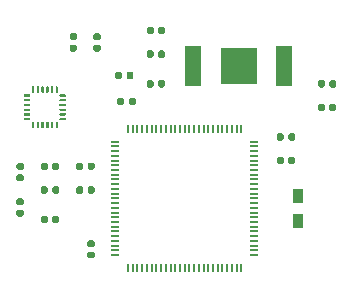
<source format=gtp>
%TF.GenerationSoftware,KiCad,Pcbnew,(5.1.6)-1*%
%TF.CreationDate,2021-01-23T06:31:54-08:00*%
%TF.ProjectId,scum3c-devboard,7363756d-3363-42d6-9465-76626f617264,rev?*%
%TF.SameCoordinates,Original*%
%TF.FileFunction,Paste,Top*%
%TF.FilePolarity,Positive*%
%FSLAX46Y46*%
G04 Gerber Fmt 4.6, Leading zero omitted, Abs format (unit mm)*
G04 Created by KiCad (PCBNEW (5.1.6)-1) date 2021-01-23 06:31:54*
%MOMM*%
%LPD*%
G01*
G04 APERTURE LIST*
%ADD10O,0.200000X0.800000*%
%ADD11O,0.800000X0.200000*%
%ADD12R,0.900000X1.200000*%
%ADD13R,1.350000X3.500000*%
%ADD14R,3.170000X3.170000*%
G04 APERTURE END LIST*
%TO.C,C25*%
G36*
G01*
X90235000Y-92672500D02*
X90235000Y-92327500D01*
G75*
G02*
X90382500Y-92180000I147500J0D01*
G01*
X90677500Y-92180000D01*
G75*
G02*
X90825000Y-92327500I0J-147500D01*
G01*
X90825000Y-92672500D01*
G75*
G02*
X90677500Y-92820000I-147500J0D01*
G01*
X90382500Y-92820000D01*
G75*
G02*
X90235000Y-92672500I0J147500D01*
G01*
G37*
G36*
G01*
X91205000Y-92672500D02*
X91205000Y-92327500D01*
G75*
G02*
X91352500Y-92180000I147500J0D01*
G01*
X91647500Y-92180000D01*
G75*
G02*
X91795000Y-92327500I0J-147500D01*
G01*
X91795000Y-92672500D01*
G75*
G02*
X91647500Y-92820000I-147500J0D01*
G01*
X91352500Y-92820000D01*
G75*
G02*
X91205000Y-92672500I0J147500D01*
G01*
G37*
%TD*%
%TO.C,C26*%
G36*
G01*
X91795000Y-90327500D02*
X91795000Y-90672500D01*
G75*
G02*
X91647500Y-90820000I-147500J0D01*
G01*
X91352500Y-90820000D01*
G75*
G02*
X91205000Y-90672500I0J147500D01*
G01*
X91205000Y-90327500D01*
G75*
G02*
X91352500Y-90180000I147500J0D01*
G01*
X91647500Y-90180000D01*
G75*
G02*
X91795000Y-90327500I0J-147500D01*
G01*
G37*
G36*
G01*
X90825000Y-90327500D02*
X90825000Y-90672500D01*
G75*
G02*
X90677500Y-90820000I-147500J0D01*
G01*
X90382500Y-90820000D01*
G75*
G02*
X90235000Y-90672500I0J147500D01*
G01*
X90235000Y-90327500D01*
G75*
G02*
X90382500Y-90180000I147500J0D01*
G01*
X90677500Y-90180000D01*
G75*
G02*
X90825000Y-90327500I0J-147500D01*
G01*
G37*
%TD*%
%TO.C,U9AB1*%
G36*
G01*
X89650000Y-84275000D02*
X89550000Y-84275000D01*
G75*
G02*
X89500000Y-84225000I0J50000D01*
G01*
X89500000Y-83775000D01*
G75*
G02*
X89550000Y-83725000I50000J0D01*
G01*
X89650000Y-83725000D01*
G75*
G02*
X89700000Y-83775000I0J-50000D01*
G01*
X89700000Y-84225000D01*
G75*
G02*
X89650000Y-84275000I-50000J0D01*
G01*
G37*
G36*
G01*
X90050000Y-84275000D02*
X89950000Y-84275000D01*
G75*
G02*
X89900000Y-84225000I0J50000D01*
G01*
X89900000Y-83775000D01*
G75*
G02*
X89950000Y-83725000I50000J0D01*
G01*
X90050000Y-83725000D01*
G75*
G02*
X90100000Y-83775000I0J-50000D01*
G01*
X90100000Y-84225000D01*
G75*
G02*
X90050000Y-84275000I-50000J0D01*
G01*
G37*
G36*
G01*
X90450000Y-84275000D02*
X90350000Y-84275000D01*
G75*
G02*
X90300000Y-84225000I0J50000D01*
G01*
X90300000Y-83775000D01*
G75*
G02*
X90350000Y-83725000I50000J0D01*
G01*
X90450000Y-83725000D01*
G75*
G02*
X90500000Y-83775000I0J-50000D01*
G01*
X90500000Y-84225000D01*
G75*
G02*
X90450000Y-84275000I-50000J0D01*
G01*
G37*
G36*
G01*
X90850000Y-84275000D02*
X90750000Y-84275000D01*
G75*
G02*
X90700000Y-84225000I0J50000D01*
G01*
X90700000Y-83775000D01*
G75*
G02*
X90750000Y-83725000I50000J0D01*
G01*
X90850000Y-83725000D01*
G75*
G02*
X90900000Y-83775000I0J-50000D01*
G01*
X90900000Y-84225000D01*
G75*
G02*
X90850000Y-84275000I-50000J0D01*
G01*
G37*
G36*
G01*
X91250000Y-84275000D02*
X91150000Y-84275000D01*
G75*
G02*
X91100000Y-84225000I0J50000D01*
G01*
X91100000Y-83775000D01*
G75*
G02*
X91150000Y-83725000I50000J0D01*
G01*
X91250000Y-83725000D01*
G75*
G02*
X91300000Y-83775000I0J-50000D01*
G01*
X91300000Y-84225000D01*
G75*
G02*
X91250000Y-84275000I-50000J0D01*
G01*
G37*
G36*
G01*
X91650000Y-84275000D02*
X91550000Y-84275000D01*
G75*
G02*
X91500000Y-84225000I0J50000D01*
G01*
X91500000Y-83775000D01*
G75*
G02*
X91550000Y-83725000I50000J0D01*
G01*
X91650000Y-83725000D01*
G75*
G02*
X91700000Y-83775000I0J-50000D01*
G01*
X91700000Y-84225000D01*
G75*
G02*
X91650000Y-84275000I-50000J0D01*
G01*
G37*
G36*
G01*
X91825000Y-84550000D02*
X91825000Y-84450000D01*
G75*
G02*
X91875000Y-84400000I50000J0D01*
G01*
X92325000Y-84400000D01*
G75*
G02*
X92375000Y-84450000I0J-50000D01*
G01*
X92375000Y-84550000D01*
G75*
G02*
X92325000Y-84600000I-50000J0D01*
G01*
X91875000Y-84600000D01*
G75*
G02*
X91825000Y-84550000I0J50000D01*
G01*
G37*
G36*
G01*
X91825000Y-84950000D02*
X91825000Y-84850000D01*
G75*
G02*
X91875000Y-84800000I50000J0D01*
G01*
X92325000Y-84800000D01*
G75*
G02*
X92375000Y-84850000I0J-50000D01*
G01*
X92375000Y-84950000D01*
G75*
G02*
X92325000Y-85000000I-50000J0D01*
G01*
X91875000Y-85000000D01*
G75*
G02*
X91825000Y-84950000I0J50000D01*
G01*
G37*
G36*
G01*
X91825000Y-85350000D02*
X91825000Y-85250000D01*
G75*
G02*
X91875000Y-85200000I50000J0D01*
G01*
X92325000Y-85200000D01*
G75*
G02*
X92375000Y-85250000I0J-50000D01*
G01*
X92375000Y-85350000D01*
G75*
G02*
X92325000Y-85400000I-50000J0D01*
G01*
X91875000Y-85400000D01*
G75*
G02*
X91825000Y-85350000I0J50000D01*
G01*
G37*
G36*
G01*
X91825000Y-85750000D02*
X91825000Y-85650000D01*
G75*
G02*
X91875000Y-85600000I50000J0D01*
G01*
X92325000Y-85600000D01*
G75*
G02*
X92375000Y-85650000I0J-50000D01*
G01*
X92375000Y-85750000D01*
G75*
G02*
X92325000Y-85800000I-50000J0D01*
G01*
X91875000Y-85800000D01*
G75*
G02*
X91825000Y-85750000I0J50000D01*
G01*
G37*
G36*
G01*
X91825000Y-86150000D02*
X91825000Y-86050000D01*
G75*
G02*
X91875000Y-86000000I50000J0D01*
G01*
X92325000Y-86000000D01*
G75*
G02*
X92375000Y-86050000I0J-50000D01*
G01*
X92375000Y-86150000D01*
G75*
G02*
X92325000Y-86200000I-50000J0D01*
G01*
X91875000Y-86200000D01*
G75*
G02*
X91825000Y-86150000I0J50000D01*
G01*
G37*
G36*
G01*
X91825000Y-86550000D02*
X91825000Y-86450000D01*
G75*
G02*
X91875000Y-86400000I50000J0D01*
G01*
X92325000Y-86400000D01*
G75*
G02*
X92375000Y-86450000I0J-50000D01*
G01*
X92375000Y-86550000D01*
G75*
G02*
X92325000Y-86600000I-50000J0D01*
G01*
X91875000Y-86600000D01*
G75*
G02*
X91825000Y-86550000I0J50000D01*
G01*
G37*
G36*
G01*
X91650000Y-87275000D02*
X91550000Y-87275000D01*
G75*
G02*
X91500000Y-87225000I0J50000D01*
G01*
X91500000Y-86775000D01*
G75*
G02*
X91550000Y-86725000I50000J0D01*
G01*
X91650000Y-86725000D01*
G75*
G02*
X91700000Y-86775000I0J-50000D01*
G01*
X91700000Y-87225000D01*
G75*
G02*
X91650000Y-87275000I-50000J0D01*
G01*
G37*
G36*
G01*
X91250000Y-87275000D02*
X91150000Y-87275000D01*
G75*
G02*
X91100000Y-87225000I0J50000D01*
G01*
X91100000Y-86775000D01*
G75*
G02*
X91150000Y-86725000I50000J0D01*
G01*
X91250000Y-86725000D01*
G75*
G02*
X91300000Y-86775000I0J-50000D01*
G01*
X91300000Y-87225000D01*
G75*
G02*
X91250000Y-87275000I-50000J0D01*
G01*
G37*
G36*
G01*
X90850000Y-87275000D02*
X90750000Y-87275000D01*
G75*
G02*
X90700000Y-87225000I0J50000D01*
G01*
X90700000Y-86775000D01*
G75*
G02*
X90750000Y-86725000I50000J0D01*
G01*
X90850000Y-86725000D01*
G75*
G02*
X90900000Y-86775000I0J-50000D01*
G01*
X90900000Y-87225000D01*
G75*
G02*
X90850000Y-87275000I-50000J0D01*
G01*
G37*
G36*
G01*
X90450000Y-87275000D02*
X90350000Y-87275000D01*
G75*
G02*
X90300000Y-87225000I0J50000D01*
G01*
X90300000Y-86775000D01*
G75*
G02*
X90350000Y-86725000I50000J0D01*
G01*
X90450000Y-86725000D01*
G75*
G02*
X90500000Y-86775000I0J-50000D01*
G01*
X90500000Y-87225000D01*
G75*
G02*
X90450000Y-87275000I-50000J0D01*
G01*
G37*
G36*
G01*
X90050000Y-87275000D02*
X89950000Y-87275000D01*
G75*
G02*
X89900000Y-87225000I0J50000D01*
G01*
X89900000Y-86775000D01*
G75*
G02*
X89950000Y-86725000I50000J0D01*
G01*
X90050000Y-86725000D01*
G75*
G02*
X90100000Y-86775000I0J-50000D01*
G01*
X90100000Y-87225000D01*
G75*
G02*
X90050000Y-87275000I-50000J0D01*
G01*
G37*
G36*
G01*
X89650000Y-87275000D02*
X89550000Y-87275000D01*
G75*
G02*
X89500000Y-87225000I0J50000D01*
G01*
X89500000Y-86775000D01*
G75*
G02*
X89550000Y-86725000I50000J0D01*
G01*
X89650000Y-86725000D01*
G75*
G02*
X89700000Y-86775000I0J-50000D01*
G01*
X89700000Y-87225000D01*
G75*
G02*
X89650000Y-87275000I-50000J0D01*
G01*
G37*
G36*
G01*
X88825000Y-86550000D02*
X88825000Y-86450000D01*
G75*
G02*
X88875000Y-86400000I50000J0D01*
G01*
X89325000Y-86400000D01*
G75*
G02*
X89375000Y-86450000I0J-50000D01*
G01*
X89375000Y-86550000D01*
G75*
G02*
X89325000Y-86600000I-50000J0D01*
G01*
X88875000Y-86600000D01*
G75*
G02*
X88825000Y-86550000I0J50000D01*
G01*
G37*
G36*
G01*
X88825000Y-86150000D02*
X88825000Y-86050000D01*
G75*
G02*
X88875000Y-86000000I50000J0D01*
G01*
X89325000Y-86000000D01*
G75*
G02*
X89375000Y-86050000I0J-50000D01*
G01*
X89375000Y-86150000D01*
G75*
G02*
X89325000Y-86200000I-50000J0D01*
G01*
X88875000Y-86200000D01*
G75*
G02*
X88825000Y-86150000I0J50000D01*
G01*
G37*
G36*
G01*
X88825000Y-85750000D02*
X88825000Y-85650000D01*
G75*
G02*
X88875000Y-85600000I50000J0D01*
G01*
X89325000Y-85600000D01*
G75*
G02*
X89375000Y-85650000I0J-50000D01*
G01*
X89375000Y-85750000D01*
G75*
G02*
X89325000Y-85800000I-50000J0D01*
G01*
X88875000Y-85800000D01*
G75*
G02*
X88825000Y-85750000I0J50000D01*
G01*
G37*
G36*
G01*
X88825000Y-85350000D02*
X88825000Y-85250000D01*
G75*
G02*
X88875000Y-85200000I50000J0D01*
G01*
X89325000Y-85200000D01*
G75*
G02*
X89375000Y-85250000I0J-50000D01*
G01*
X89375000Y-85350000D01*
G75*
G02*
X89325000Y-85400000I-50000J0D01*
G01*
X88875000Y-85400000D01*
G75*
G02*
X88825000Y-85350000I0J50000D01*
G01*
G37*
G36*
G01*
X88825000Y-84950000D02*
X88825000Y-84850000D01*
G75*
G02*
X88875000Y-84800000I50000J0D01*
G01*
X89325000Y-84800000D01*
G75*
G02*
X89375000Y-84850000I0J-50000D01*
G01*
X89375000Y-84950000D01*
G75*
G02*
X89325000Y-85000000I-50000J0D01*
G01*
X88875000Y-85000000D01*
G75*
G02*
X88825000Y-84950000I0J50000D01*
G01*
G37*
G36*
G01*
X88825000Y-84550000D02*
X88825000Y-84450000D01*
G75*
G02*
X88875000Y-84400000I50000J0D01*
G01*
X89325000Y-84400000D01*
G75*
G02*
X89375000Y-84450000I0J-50000D01*
G01*
X89375000Y-84550000D01*
G75*
G02*
X89325000Y-84600000I-50000J0D01*
G01*
X88875000Y-84600000D01*
G75*
G02*
X88825000Y-84550000I0J50000D01*
G01*
G37*
%TD*%
%TO.C,C27*%
G36*
G01*
X90235000Y-95172500D02*
X90235000Y-94827500D01*
G75*
G02*
X90382500Y-94680000I147500J0D01*
G01*
X90677500Y-94680000D01*
G75*
G02*
X90825000Y-94827500I0J-147500D01*
G01*
X90825000Y-95172500D01*
G75*
G02*
X90677500Y-95320000I-147500J0D01*
G01*
X90382500Y-95320000D01*
G75*
G02*
X90235000Y-95172500I0J147500D01*
G01*
G37*
G36*
G01*
X91205000Y-95172500D02*
X91205000Y-94827500D01*
G75*
G02*
X91352500Y-94680000I147500J0D01*
G01*
X91647500Y-94680000D01*
G75*
G02*
X91795000Y-94827500I0J-147500D01*
G01*
X91795000Y-95172500D01*
G75*
G02*
X91647500Y-95320000I-147500J0D01*
G01*
X91352500Y-95320000D01*
G75*
G02*
X91205000Y-95172500I0J147500D01*
G01*
G37*
%TD*%
%TO.C,R2*%
G36*
G01*
X94827500Y-80190000D02*
X95172500Y-80190000D01*
G75*
G02*
X95320000Y-80337500I0J-147500D01*
G01*
X95320000Y-80632500D01*
G75*
G02*
X95172500Y-80780000I-147500J0D01*
G01*
X94827500Y-80780000D01*
G75*
G02*
X94680000Y-80632500I0J147500D01*
G01*
X94680000Y-80337500D01*
G75*
G02*
X94827500Y-80190000I147500J0D01*
G01*
G37*
G36*
G01*
X94827500Y-79220000D02*
X95172500Y-79220000D01*
G75*
G02*
X95320000Y-79367500I0J-147500D01*
G01*
X95320000Y-79662500D01*
G75*
G02*
X95172500Y-79810000I-147500J0D01*
G01*
X94827500Y-79810000D01*
G75*
G02*
X94680000Y-79662500I0J147500D01*
G01*
X94680000Y-79367500D01*
G75*
G02*
X94827500Y-79220000I147500J0D01*
G01*
G37*
%TD*%
%TO.C,R1*%
G36*
G01*
X93172500Y-79810000D02*
X92827500Y-79810000D01*
G75*
G02*
X92680000Y-79662500I0J147500D01*
G01*
X92680000Y-79367500D01*
G75*
G02*
X92827500Y-79220000I147500J0D01*
G01*
X93172500Y-79220000D01*
G75*
G02*
X93320000Y-79367500I0J-147500D01*
G01*
X93320000Y-79662500D01*
G75*
G02*
X93172500Y-79810000I-147500J0D01*
G01*
G37*
G36*
G01*
X93172500Y-80780000D02*
X92827500Y-80780000D01*
G75*
G02*
X92680000Y-80632500I0J147500D01*
G01*
X92680000Y-80337500D01*
G75*
G02*
X92827500Y-80190000I147500J0D01*
G01*
X93172500Y-80190000D01*
G75*
G02*
X93320000Y-80337500I0J-147500D01*
G01*
X93320000Y-80632500D01*
G75*
G02*
X93172500Y-80780000I-147500J0D01*
G01*
G37*
%TD*%
%TO.C,R13*%
G36*
G01*
X111190000Y-88172500D02*
X111190000Y-87827500D01*
G75*
G02*
X111337500Y-87680000I147500J0D01*
G01*
X111632500Y-87680000D01*
G75*
G02*
X111780000Y-87827500I0J-147500D01*
G01*
X111780000Y-88172500D01*
G75*
G02*
X111632500Y-88320000I-147500J0D01*
G01*
X111337500Y-88320000D01*
G75*
G02*
X111190000Y-88172500I0J147500D01*
G01*
G37*
G36*
G01*
X110220000Y-88172500D02*
X110220000Y-87827500D01*
G75*
G02*
X110367500Y-87680000I147500J0D01*
G01*
X110662500Y-87680000D01*
G75*
G02*
X110810000Y-87827500I0J-147500D01*
G01*
X110810000Y-88172500D01*
G75*
G02*
X110662500Y-88320000I-147500J0D01*
G01*
X110367500Y-88320000D01*
G75*
G02*
X110220000Y-88172500I0J147500D01*
G01*
G37*
%TD*%
%TO.C,C24*%
G36*
G01*
X98295000Y-84827500D02*
X98295000Y-85172500D01*
G75*
G02*
X98147500Y-85320000I-147500J0D01*
G01*
X97852500Y-85320000D01*
G75*
G02*
X97705000Y-85172500I0J147500D01*
G01*
X97705000Y-84827500D01*
G75*
G02*
X97852500Y-84680000I147500J0D01*
G01*
X98147500Y-84680000D01*
G75*
G02*
X98295000Y-84827500I0J-147500D01*
G01*
G37*
G36*
G01*
X97325000Y-84827500D02*
X97325000Y-85172500D01*
G75*
G02*
X97177500Y-85320000I-147500J0D01*
G01*
X96882500Y-85320000D01*
G75*
G02*
X96735000Y-85172500I0J147500D01*
G01*
X96735000Y-84827500D01*
G75*
G02*
X96882500Y-84680000I147500J0D01*
G01*
X97177500Y-84680000D01*
G75*
G02*
X97325000Y-84827500I0J-147500D01*
G01*
G37*
%TD*%
D10*
%TO.C,U8*%
X97631250Y-87306250D03*
X98031250Y-87306250D03*
X98431250Y-87306250D03*
X98831250Y-87306250D03*
X99231250Y-87306250D03*
X99631250Y-87306250D03*
X100031250Y-87306250D03*
X100431250Y-87306250D03*
X100831250Y-87306250D03*
X101231250Y-87306250D03*
X101631250Y-87306250D03*
X102031250Y-87306250D03*
X102431250Y-87306250D03*
X102831250Y-87306250D03*
X103231250Y-87306250D03*
X103631250Y-87306250D03*
X104031250Y-87306250D03*
X104431250Y-87306250D03*
X104831250Y-87306250D03*
X105231250Y-87306250D03*
X105631250Y-87306250D03*
X106031250Y-87306250D03*
X106431250Y-87306250D03*
X106831250Y-87306250D03*
X107231250Y-87306250D03*
D11*
X108331250Y-88406250D03*
X108331250Y-88806250D03*
X108331250Y-89206250D03*
X108331250Y-89606250D03*
X108331250Y-90006250D03*
X108331250Y-90406250D03*
X108331250Y-90806250D03*
X108331250Y-91206250D03*
X108331250Y-91606250D03*
X108331250Y-92006250D03*
X108331250Y-92406250D03*
X108331250Y-92806250D03*
X108331250Y-93206250D03*
X108331250Y-93606250D03*
X108331250Y-94006250D03*
X108331250Y-94406250D03*
X108331250Y-94806250D03*
X108331250Y-95206250D03*
X108331250Y-95606250D03*
X108331250Y-96006250D03*
X108331250Y-96406250D03*
X108331250Y-96806250D03*
X108331250Y-97206250D03*
X108331250Y-97606250D03*
X108331250Y-98006250D03*
D10*
X107231250Y-99106250D03*
X106831250Y-99106250D03*
X106431250Y-99106250D03*
X106031250Y-99106250D03*
X105631250Y-99106250D03*
X105231250Y-99106250D03*
X104831250Y-99106250D03*
X104431250Y-99106250D03*
X104031250Y-99106250D03*
X103631250Y-99106250D03*
X103231250Y-99106250D03*
X102831250Y-99106250D03*
X102431250Y-99106250D03*
X102031250Y-99106250D03*
X101631250Y-99106250D03*
X101231250Y-99106250D03*
X100831250Y-99106250D03*
X100431250Y-99106250D03*
X100031250Y-99106250D03*
X99631250Y-99106250D03*
X99231250Y-99106250D03*
X98831250Y-99106250D03*
X98431250Y-99106250D03*
X98031250Y-99106250D03*
X97631250Y-99106250D03*
D11*
X96531250Y-98006250D03*
X96531250Y-97606250D03*
X96531250Y-97206250D03*
X96531250Y-96806250D03*
X96531250Y-96406250D03*
X96531250Y-96006250D03*
X96531250Y-95606250D03*
X96531250Y-95206250D03*
X96531250Y-94806250D03*
X96531250Y-94406250D03*
X96531250Y-94006250D03*
X96531250Y-93606250D03*
X96531250Y-93206250D03*
X96531250Y-92806250D03*
X96531250Y-92406250D03*
X96531250Y-92006250D03*
X96531250Y-91606250D03*
X96531250Y-91206250D03*
X96531250Y-90806250D03*
X96531250Y-90406250D03*
X96531250Y-90006250D03*
X96531250Y-89606250D03*
X96531250Y-89206250D03*
X96531250Y-88806250D03*
X96531250Y-88406250D03*
%TD*%
D12*
%TO.C,LED1*%
X112000000Y-93000000D03*
X112000000Y-95100000D03*
%TD*%
D13*
%TO.C,BT1*%
X110850000Y-82000000D03*
D14*
X107000000Y-82000000D03*
D13*
X103150000Y-82000000D03*
%TD*%
%TO.C,R14*%
G36*
G01*
X93825000Y-92327500D02*
X93825000Y-92672500D01*
G75*
G02*
X93677500Y-92820000I-147500J0D01*
G01*
X93382500Y-92820000D01*
G75*
G02*
X93235000Y-92672500I0J147500D01*
G01*
X93235000Y-92327500D01*
G75*
G02*
X93382500Y-92180000I147500J0D01*
G01*
X93677500Y-92180000D01*
G75*
G02*
X93825000Y-92327500I0J-147500D01*
G01*
G37*
G36*
G01*
X94795000Y-92327500D02*
X94795000Y-92672500D01*
G75*
G02*
X94647500Y-92820000I-147500J0D01*
G01*
X94352500Y-92820000D01*
G75*
G02*
X94205000Y-92672500I0J147500D01*
G01*
X94205000Y-92327500D01*
G75*
G02*
X94352500Y-92180000I147500J0D01*
G01*
X94647500Y-92180000D01*
G75*
G02*
X94795000Y-92327500I0J-147500D01*
G01*
G37*
%TD*%
%TO.C,R12*%
G36*
G01*
X100175000Y-83672500D02*
X100175000Y-83327500D01*
G75*
G02*
X100322500Y-83180000I147500J0D01*
G01*
X100617500Y-83180000D01*
G75*
G02*
X100765000Y-83327500I0J-147500D01*
G01*
X100765000Y-83672500D01*
G75*
G02*
X100617500Y-83820000I-147500J0D01*
G01*
X100322500Y-83820000D01*
G75*
G02*
X100175000Y-83672500I0J147500D01*
G01*
G37*
G36*
G01*
X99205000Y-83672500D02*
X99205000Y-83327500D01*
G75*
G02*
X99352500Y-83180000I147500J0D01*
G01*
X99647500Y-83180000D01*
G75*
G02*
X99795000Y-83327500I0J-147500D01*
G01*
X99795000Y-83672500D01*
G75*
G02*
X99647500Y-83820000I-147500J0D01*
G01*
X99352500Y-83820000D01*
G75*
G02*
X99205000Y-83672500I0J147500D01*
G01*
G37*
%TD*%
%TO.C,C13*%
G36*
G01*
X98095000Y-82627500D02*
X98095000Y-82972500D01*
G75*
G02*
X97947500Y-83120000I-147500J0D01*
G01*
X97652500Y-83120000D01*
G75*
G02*
X97505000Y-82972500I0J147500D01*
G01*
X97505000Y-82627500D01*
G75*
G02*
X97652500Y-82480000I147500J0D01*
G01*
X97947500Y-82480000D01*
G75*
G02*
X98095000Y-82627500I0J-147500D01*
G01*
G37*
G36*
G01*
X97125000Y-82627500D02*
X97125000Y-82972500D01*
G75*
G02*
X96977500Y-83120000I-147500J0D01*
G01*
X96682500Y-83120000D01*
G75*
G02*
X96535000Y-82972500I0J147500D01*
G01*
X96535000Y-82627500D01*
G75*
G02*
X96682500Y-82480000I147500J0D01*
G01*
X96977500Y-82480000D01*
G75*
G02*
X97125000Y-82627500I0J-147500D01*
G01*
G37*
%TD*%
%TO.C,C14*%
G36*
G01*
X113705000Y-85672500D02*
X113705000Y-85327500D01*
G75*
G02*
X113852500Y-85180000I147500J0D01*
G01*
X114147500Y-85180000D01*
G75*
G02*
X114295000Y-85327500I0J-147500D01*
G01*
X114295000Y-85672500D01*
G75*
G02*
X114147500Y-85820000I-147500J0D01*
G01*
X113852500Y-85820000D01*
G75*
G02*
X113705000Y-85672500I0J147500D01*
G01*
G37*
G36*
G01*
X114675000Y-85672500D02*
X114675000Y-85327500D01*
G75*
G02*
X114822500Y-85180000I147500J0D01*
G01*
X115117500Y-85180000D01*
G75*
G02*
X115265000Y-85327500I0J-147500D01*
G01*
X115265000Y-85672500D01*
G75*
G02*
X115117500Y-85820000I-147500J0D01*
G01*
X114822500Y-85820000D01*
G75*
G02*
X114675000Y-85672500I0J147500D01*
G01*
G37*
%TD*%
%TO.C,C15*%
G36*
G01*
X113705000Y-83672500D02*
X113705000Y-83327500D01*
G75*
G02*
X113852500Y-83180000I147500J0D01*
G01*
X114147500Y-83180000D01*
G75*
G02*
X114295000Y-83327500I0J-147500D01*
G01*
X114295000Y-83672500D01*
G75*
G02*
X114147500Y-83820000I-147500J0D01*
G01*
X113852500Y-83820000D01*
G75*
G02*
X113705000Y-83672500I0J147500D01*
G01*
G37*
G36*
G01*
X114675000Y-83672500D02*
X114675000Y-83327500D01*
G75*
G02*
X114822500Y-83180000I147500J0D01*
G01*
X115117500Y-83180000D01*
G75*
G02*
X115265000Y-83327500I0J-147500D01*
G01*
X115265000Y-83672500D01*
G75*
G02*
X115117500Y-83820000I-147500J0D01*
G01*
X114822500Y-83820000D01*
G75*
G02*
X114675000Y-83672500I0J147500D01*
G01*
G37*
%TD*%
%TO.C,C16*%
G36*
G01*
X88672500Y-90795000D02*
X88327500Y-90795000D01*
G75*
G02*
X88180000Y-90647500I0J147500D01*
G01*
X88180000Y-90352500D01*
G75*
G02*
X88327500Y-90205000I147500J0D01*
G01*
X88672500Y-90205000D01*
G75*
G02*
X88820000Y-90352500I0J-147500D01*
G01*
X88820000Y-90647500D01*
G75*
G02*
X88672500Y-90795000I-147500J0D01*
G01*
G37*
G36*
G01*
X88672500Y-91765000D02*
X88327500Y-91765000D01*
G75*
G02*
X88180000Y-91617500I0J147500D01*
G01*
X88180000Y-91322500D01*
G75*
G02*
X88327500Y-91175000I147500J0D01*
G01*
X88672500Y-91175000D01*
G75*
G02*
X88820000Y-91322500I0J-147500D01*
G01*
X88820000Y-91617500D01*
G75*
G02*
X88672500Y-91765000I-147500J0D01*
G01*
G37*
%TD*%
%TO.C,C17*%
G36*
G01*
X88672500Y-94765000D02*
X88327500Y-94765000D01*
G75*
G02*
X88180000Y-94617500I0J147500D01*
G01*
X88180000Y-94322500D01*
G75*
G02*
X88327500Y-94175000I147500J0D01*
G01*
X88672500Y-94175000D01*
G75*
G02*
X88820000Y-94322500I0J-147500D01*
G01*
X88820000Y-94617500D01*
G75*
G02*
X88672500Y-94765000I-147500J0D01*
G01*
G37*
G36*
G01*
X88672500Y-93795000D02*
X88327500Y-93795000D01*
G75*
G02*
X88180000Y-93647500I0J147500D01*
G01*
X88180000Y-93352500D01*
G75*
G02*
X88327500Y-93205000I147500J0D01*
G01*
X88672500Y-93205000D01*
G75*
G02*
X88820000Y-93352500I0J-147500D01*
G01*
X88820000Y-93647500D01*
G75*
G02*
X88672500Y-93795000I-147500J0D01*
G01*
G37*
%TD*%
%TO.C,C18*%
G36*
G01*
X99810000Y-78827500D02*
X99810000Y-79172500D01*
G75*
G02*
X99662500Y-79320000I-147500J0D01*
G01*
X99367500Y-79320000D01*
G75*
G02*
X99220000Y-79172500I0J147500D01*
G01*
X99220000Y-78827500D01*
G75*
G02*
X99367500Y-78680000I147500J0D01*
G01*
X99662500Y-78680000D01*
G75*
G02*
X99810000Y-78827500I0J-147500D01*
G01*
G37*
G36*
G01*
X100780000Y-78827500D02*
X100780000Y-79172500D01*
G75*
G02*
X100632500Y-79320000I-147500J0D01*
G01*
X100337500Y-79320000D01*
G75*
G02*
X100190000Y-79172500I0J147500D01*
G01*
X100190000Y-78827500D01*
G75*
G02*
X100337500Y-78680000I147500J0D01*
G01*
X100632500Y-78680000D01*
G75*
G02*
X100780000Y-78827500I0J-147500D01*
G01*
G37*
%TD*%
%TO.C,C19*%
G36*
G01*
X100765000Y-80827500D02*
X100765000Y-81172500D01*
G75*
G02*
X100617500Y-81320000I-147500J0D01*
G01*
X100322500Y-81320000D01*
G75*
G02*
X100175000Y-81172500I0J147500D01*
G01*
X100175000Y-80827500D01*
G75*
G02*
X100322500Y-80680000I147500J0D01*
G01*
X100617500Y-80680000D01*
G75*
G02*
X100765000Y-80827500I0J-147500D01*
G01*
G37*
G36*
G01*
X99795000Y-80827500D02*
X99795000Y-81172500D01*
G75*
G02*
X99647500Y-81320000I-147500J0D01*
G01*
X99352500Y-81320000D01*
G75*
G02*
X99205000Y-81172500I0J147500D01*
G01*
X99205000Y-80827500D01*
G75*
G02*
X99352500Y-80680000I147500J0D01*
G01*
X99647500Y-80680000D01*
G75*
G02*
X99795000Y-80827500I0J-147500D01*
G01*
G37*
%TD*%
%TO.C,C20*%
G36*
G01*
X110825000Y-89827500D02*
X110825000Y-90172500D01*
G75*
G02*
X110677500Y-90320000I-147500J0D01*
G01*
X110382500Y-90320000D01*
G75*
G02*
X110235000Y-90172500I0J147500D01*
G01*
X110235000Y-89827500D01*
G75*
G02*
X110382500Y-89680000I147500J0D01*
G01*
X110677500Y-89680000D01*
G75*
G02*
X110825000Y-89827500I0J-147500D01*
G01*
G37*
G36*
G01*
X111795000Y-89827500D02*
X111795000Y-90172500D01*
G75*
G02*
X111647500Y-90320000I-147500J0D01*
G01*
X111352500Y-90320000D01*
G75*
G02*
X111205000Y-90172500I0J147500D01*
G01*
X111205000Y-89827500D01*
G75*
G02*
X111352500Y-89680000I147500J0D01*
G01*
X111647500Y-89680000D01*
G75*
G02*
X111795000Y-89827500I0J-147500D01*
G01*
G37*
%TD*%
%TO.C,C21*%
G36*
G01*
X94795000Y-90327500D02*
X94795000Y-90672500D01*
G75*
G02*
X94647500Y-90820000I-147500J0D01*
G01*
X94352500Y-90820000D01*
G75*
G02*
X94205000Y-90672500I0J147500D01*
G01*
X94205000Y-90327500D01*
G75*
G02*
X94352500Y-90180000I147500J0D01*
G01*
X94647500Y-90180000D01*
G75*
G02*
X94795000Y-90327500I0J-147500D01*
G01*
G37*
G36*
G01*
X93825000Y-90327500D02*
X93825000Y-90672500D01*
G75*
G02*
X93677500Y-90820000I-147500J0D01*
G01*
X93382500Y-90820000D01*
G75*
G02*
X93235000Y-90672500I0J147500D01*
G01*
X93235000Y-90327500D01*
G75*
G02*
X93382500Y-90180000I147500J0D01*
G01*
X93677500Y-90180000D01*
G75*
G02*
X93825000Y-90327500I0J-147500D01*
G01*
G37*
%TD*%
%TO.C,C22*%
G36*
G01*
X94327500Y-96735000D02*
X94672500Y-96735000D01*
G75*
G02*
X94820000Y-96882500I0J-147500D01*
G01*
X94820000Y-97177500D01*
G75*
G02*
X94672500Y-97325000I-147500J0D01*
G01*
X94327500Y-97325000D01*
G75*
G02*
X94180000Y-97177500I0J147500D01*
G01*
X94180000Y-96882500D01*
G75*
G02*
X94327500Y-96735000I147500J0D01*
G01*
G37*
G36*
G01*
X94327500Y-97705000D02*
X94672500Y-97705000D01*
G75*
G02*
X94820000Y-97852500I0J-147500D01*
G01*
X94820000Y-98147500D01*
G75*
G02*
X94672500Y-98295000I-147500J0D01*
G01*
X94327500Y-98295000D01*
G75*
G02*
X94180000Y-98147500I0J147500D01*
G01*
X94180000Y-97852500D01*
G75*
G02*
X94327500Y-97705000I147500J0D01*
G01*
G37*
%TD*%
M02*

</source>
